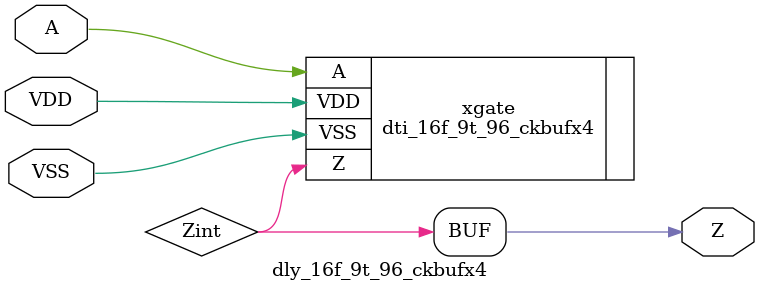
<source format=v>

module dly_16f_9t_96_ckbufx4 (VDD, VSS, A, Z);
input	VDD;
input	VSS;
input	A;
output	Z;

wire	Zint;
dti_16f_9t_96_ckbufx4 xgate (
  .VDD(VDD),
  .VSS(VSS),
  .A(A),
  .Z(Zint)
);

assign #(0.010) Z = Zint;
endmodule

</source>
